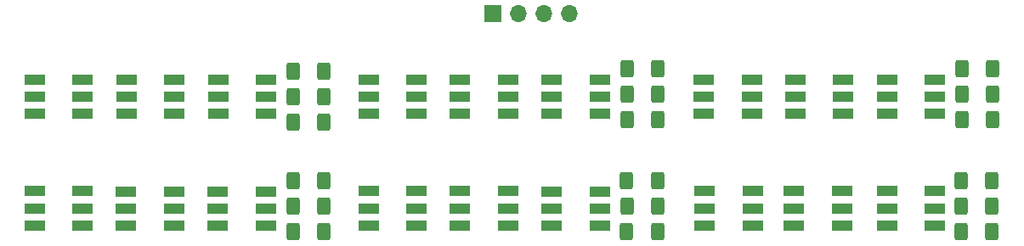
<source format=gbr>
%TF.GenerationSoftware,KiCad,Pcbnew,(6.0.5)*%
%TF.CreationDate,2023-08-09T01:27:26+09:00*%
%TF.ProjectId,TSAL,5453414c-2e6b-4696-9361-645f70636258,rev?*%
%TF.SameCoordinates,Original*%
%TF.FileFunction,Soldermask,Bot*%
%TF.FilePolarity,Negative*%
%FSLAX46Y46*%
G04 Gerber Fmt 4.6, Leading zero omitted, Abs format (unit mm)*
G04 Created by KiCad (PCBNEW (6.0.5)) date 2023-08-09 01:27:26*
%MOMM*%
%LPD*%
G01*
G04 APERTURE LIST*
G04 Aperture macros list*
%AMRoundRect*
0 Rectangle with rounded corners*
0 $1 Rounding radius*
0 $2 $3 $4 $5 $6 $7 $8 $9 X,Y pos of 4 corners*
0 Add a 4 corners polygon primitive as box body*
4,1,4,$2,$3,$4,$5,$6,$7,$8,$9,$2,$3,0*
0 Add four circle primitives for the rounded corners*
1,1,$1+$1,$2,$3*
1,1,$1+$1,$4,$5*
1,1,$1+$1,$6,$7*
1,1,$1+$1,$8,$9*
0 Add four rect primitives between the rounded corners*
20,1,$1+$1,$2,$3,$4,$5,0*
20,1,$1+$1,$4,$5,$6,$7,0*
20,1,$1+$1,$6,$7,$8,$9,0*
20,1,$1+$1,$8,$9,$2,$3,0*%
G04 Aperture macros list end*
%ADD10R,1.700000X1.700000*%
%ADD11O,1.700000X1.700000*%
%ADD12RoundRect,0.250000X0.400000X0.625000X-0.400000X0.625000X-0.400000X-0.625000X0.400000X-0.625000X0*%
%ADD13R,2.000000X1.100000*%
G04 APERTURE END LIST*
D10*
%TO.C,J1*%
X141812000Y-119778000D03*
D11*
X144352000Y-119778000D03*
X146892000Y-119778000D03*
X149432000Y-119778000D03*
%TD*%
D12*
%TO.C,R37*%
X158262000Y-141488000D03*
X155162000Y-141488000D03*
%TD*%
D13*
%TO.C,D32*%
X176752000Y-126358000D03*
X176752000Y-128058000D03*
X176752000Y-129758000D03*
X171952000Y-129758000D03*
X171952000Y-128058000D03*
X171952000Y-126358000D03*
%TD*%
%TO.C,D39*%
X167614000Y-126339600D03*
X167614000Y-128039600D03*
X167614000Y-129739600D03*
X162814000Y-129739600D03*
X162814000Y-128039600D03*
X162814000Y-126339600D03*
%TD*%
D12*
%TO.C,R36*%
X124992000Y-136388000D03*
X121892000Y-136388000D03*
%TD*%
D13*
%TO.C,D23*%
X152513000Y-126351000D03*
X152513000Y-128051000D03*
X152513000Y-129751000D03*
X147713000Y-129751000D03*
X147713000Y-128051000D03*
X147713000Y-126351000D03*
%TD*%
D12*
%TO.C,R35*%
X124992000Y-138938000D03*
X121892000Y-138938000D03*
%TD*%
D13*
%TO.C,D24*%
X185890000Y-137488000D03*
X185890000Y-139188000D03*
X185890000Y-140888000D03*
X181090000Y-140888000D03*
X181090000Y-139188000D03*
X181090000Y-137488000D03*
%TD*%
%TO.C,D25*%
X185892000Y-126358000D03*
X185892000Y-128058000D03*
X185892000Y-129758000D03*
X181092000Y-129758000D03*
X181092000Y-128058000D03*
X181092000Y-126358000D03*
%TD*%
D12*
%TO.C,R38*%
X158272000Y-138938000D03*
X155172000Y-138938000D03*
%TD*%
D13*
%TO.C,D38*%
X167752000Y-137488000D03*
X167752000Y-139188000D03*
X167752000Y-140888000D03*
X162952000Y-140888000D03*
X162952000Y-139188000D03*
X162952000Y-137488000D03*
%TD*%
%TO.C,D31*%
X176642000Y-137488000D03*
X176642000Y-139188000D03*
X176642000Y-140888000D03*
X171842000Y-140888000D03*
X171842000Y-139188000D03*
X171842000Y-137488000D03*
%TD*%
D12*
%TO.C,R32*%
X191652000Y-127798000D03*
X188552000Y-127798000D03*
%TD*%
D13*
%TO.C,D29*%
X110102000Y-126318000D03*
X110102000Y-128018000D03*
X110102000Y-129718000D03*
X105302000Y-129718000D03*
X105302000Y-128018000D03*
X105302000Y-126318000D03*
%TD*%
%TO.C,D41*%
X134232000Y-137488000D03*
X134232000Y-139188000D03*
X134232000Y-140888000D03*
X129432000Y-140888000D03*
X129432000Y-139188000D03*
X129432000Y-137488000D03*
%TD*%
D12*
%TO.C,R39*%
X158262000Y-136398000D03*
X155162000Y-136398000D03*
%TD*%
%TO.C,R31*%
X191652000Y-130308000D03*
X188552000Y-130308000D03*
%TD*%
%TO.C,R27*%
X158268600Y-125247400D03*
X155168600Y-125247400D03*
%TD*%
D13*
%TO.C,D26*%
X119232000Y-137498000D03*
X119232000Y-139198000D03*
X119232000Y-140898000D03*
X114432000Y-140898000D03*
X114432000Y-139198000D03*
X114432000Y-137498000D03*
%TD*%
%TO.C,D36*%
X100962000Y-126316000D03*
X100962000Y-128016000D03*
X100962000Y-129716000D03*
X96162000Y-129716000D03*
X96162000Y-128016000D03*
X96162000Y-126316000D03*
%TD*%
D12*
%TO.C,R25*%
X158268600Y-130327400D03*
X155168600Y-130327400D03*
%TD*%
D13*
%TO.C,D37*%
X134232000Y-126358000D03*
X134232000Y-128058000D03*
X134232000Y-129758000D03*
X129432000Y-129758000D03*
X129432000Y-128058000D03*
X129432000Y-126358000D03*
%TD*%
D12*
%TO.C,R34*%
X124992000Y-141488000D03*
X121892000Y-141488000D03*
%TD*%
D13*
%TO.C,D30*%
X143362000Y-126348000D03*
X143362000Y-128048000D03*
X143362000Y-129748000D03*
X138562000Y-129748000D03*
X138562000Y-128048000D03*
X138562000Y-126348000D03*
%TD*%
%TO.C,D40*%
X100952000Y-137488000D03*
X100952000Y-139188000D03*
X100952000Y-140888000D03*
X96152000Y-140888000D03*
X96152000Y-139188000D03*
X96152000Y-137488000D03*
%TD*%
%TO.C,D33*%
X110092000Y-137498000D03*
X110092000Y-139198000D03*
X110092000Y-140898000D03*
X105292000Y-140898000D03*
X105292000Y-139198000D03*
X105292000Y-137498000D03*
%TD*%
%TO.C,D22*%
X119242000Y-126316000D03*
X119242000Y-128016000D03*
X119242000Y-129716000D03*
X114442000Y-129716000D03*
X114442000Y-128016000D03*
X114442000Y-126316000D03*
%TD*%
%TO.C,D34*%
X143362000Y-137488000D03*
X143362000Y-139188000D03*
X143362000Y-140888000D03*
X138562000Y-140888000D03*
X138562000Y-139188000D03*
X138562000Y-137488000D03*
%TD*%
D12*
%TO.C,R24*%
X124994000Y-125476000D03*
X121894000Y-125476000D03*
%TD*%
%TO.C,R28*%
X191540000Y-141478000D03*
X188440000Y-141478000D03*
%TD*%
%TO.C,R23*%
X124994000Y-128016000D03*
X121894000Y-128016000D03*
%TD*%
%TO.C,R30*%
X191540000Y-136398000D03*
X188440000Y-136398000D03*
%TD*%
%TO.C,R29*%
X191540000Y-138938000D03*
X188440000Y-138938000D03*
%TD*%
%TO.C,R22*%
X124994000Y-130556000D03*
X121894000Y-130556000D03*
%TD*%
D13*
%TO.C,D27*%
X152502000Y-137498000D03*
X152502000Y-139198000D03*
X152502000Y-140898000D03*
X147702000Y-140898000D03*
X147702000Y-139198000D03*
X147702000Y-137498000D03*
%TD*%
D12*
%TO.C,R33*%
X191652000Y-125218000D03*
X188552000Y-125218000D03*
%TD*%
%TO.C,R26*%
X158268600Y-127787400D03*
X155168600Y-127787400D03*
%TD*%
M02*

</source>
